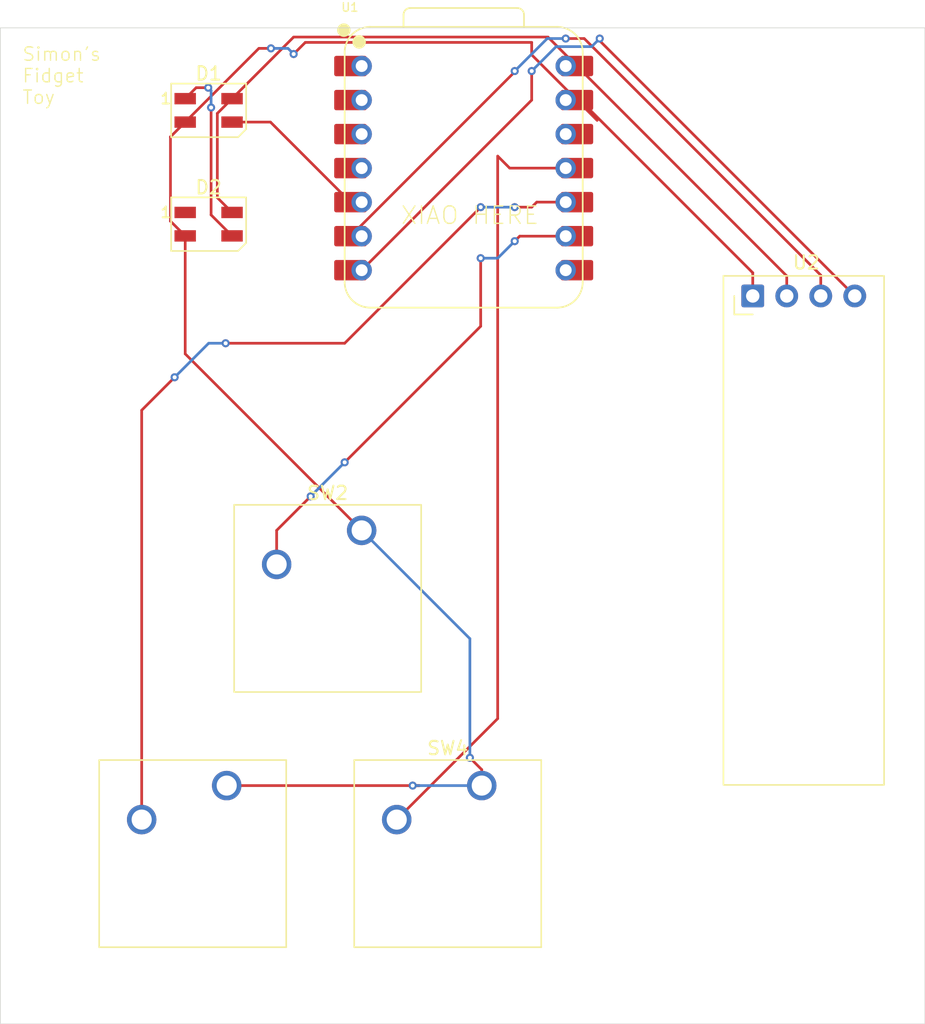
<source format=kicad_pcb>
(kicad_pcb (version 20241229) (generator "pcbnew") (generator_version "9.0")
  (layers (0 "F.Cu" signal) (2 "B.Cu" signal) (13 "F.Paste" user) (15 "B.Paste" user) (5 "F.SilkS" user "F.Silkscreen") (7 "B.SilkS" user "B.Silkscreen") (1 "F.Mask" user) (3 "B.Mask" user) (25 "Edge.Cuts" user))
  (net 0 "")
  (net 1 "Net-(D1-DIN)")
  (net 2 "GND")
  (net 3 "+5V")
  (net 5 "Net-(U1-GPIO2{slash}SCK)")
  (net 6 "Net-(U1-GPIO4{slash}MISO)")
  (net 7 "Net-(U1-GPIO3{slash}MOSI)")
  (net 14 "Net-(U1-GPIO0{slash}TX)")
  (net 15 "Net-(U1-GPIO7{slash}SCL)")
  (net 16 "Net-(D1-DOUT)")
  (footprint "Button_Switch_Keyboard:SW_Cherry_MX_1.00u_PCB" (layer "F.Cu") (at 146.05 77.47)
    (property "Reference" "SW2" (at -2.54 -2.794 0) (layer "F.SilkS"))
    (property "Value" "SW_Push")
    (fp_line (start -9.525 -1.905) (end 4.445 -1.905) (stroke (width 0.12)) (layer "F.SilkS"))
    (fp_line (start -9.525 12.065) (end -9.525 -1.905) (stroke (width 0.12)) (layer "F.SilkS"))
    (fp_line (start 4.445 -1.905) (end 4.445 12.065) (stroke (width 0.12)) (layer "F.SilkS"))
    (fp_line (start 4.445 12.065) (end -9.525 12.065) (stroke (width 0.12)) (layer "F.SilkS"))
    (pad "" np_thru_hole circle (at -7.62 5.08) (size 1.7 1.7) (drill 1.7) (layers "*.Cu" "*.Mask"))
    (pad "" np_thru_hole circle (at -2.54 5.08) (size 4 4) (drill 4) (layers "*.Cu" "*.Mask"))
    (pad "" np_thru_hole circle (at 2.54 5.08) (size 1.7 1.7) (drill 1.7) (layers "*.Cu" "*.Mask"))
    (pad "1" thru_hole circle (at 0 0) (size 2.2 2.2) (drill 1.5) (layers "*.Cu" "*.Mask") (net 2 "GND"))
    (pad "2" thru_hole circle (at -6.35 2.54) (size 2.2 2.2) (drill 1.5) (layers "*.Cu" "*.Mask") (net 5 "Net-(U1-GPIO2{slash}SCK)"))
  )
  (footprint "LED_SMD:LED_SK6812MINI_PLCC4_3.5x3.5mm_P1.75mm" (layer "F.Cu") (at 134.62 46.115)
    (property "Reference" "D1" (at 0 -2.75 0) (layer "F.SilkS"))
    (property "Value" "SK6812MINI")
    (fp_line (start -2.8 -2) (end -2.8 2) (stroke (width 0.12)) (layer "F.SilkS"))
    (fp_line (start -2.8 -2) (end 2.8 -2) (stroke (width 0.12)) (layer "F.SilkS"))
    (fp_line (start -2.8 2) (end 2.2 2) (stroke (width 0.12)) (layer "F.SilkS"))
    (fp_line (start 2.8 1.4) (end 2.2 2) (stroke (width 0.12)) (layer "F.SilkS"))
    (fp_line (start 2.8 1.4) (end 2.8 -2) (stroke (width 0.12)) (layer "F.SilkS"))
    (pad "1" smd rect (at -1.75 -0.875) (size 1.6 0.85) (layers "F.Cu" "F.Mask" "F.Paste") (net 16 "Net-(D1-DOUT)"))
    (pad "2" smd rect (at -1.75 0.875) (size 1.6 0.85) (layers "F.Cu" "F.Mask" "F.Paste") (net 2 "GND"))
    (pad "3" smd rect (at 1.75 0.875) (size 1.6 0.85) (layers "F.Cu" "F.Mask" "F.Paste") (net 1 "Net-(D1-DIN)"))
    (pad "4" smd rect (at 1.75 -0.875) (size 1.6 0.85) (layers "F.Cu" "F.Mask" "F.Paste") (net 3 "+5V"))
  )
  (footprint "Hackclub:XIAO-RP2040-DIP" (layer "F.Cu") (at 153.67 50.4255)
    (property "Reference" "U1" (at -8.5 -12 0) (layer "F.SilkS") (effects (font (size 0.635 0.635) (thickness 0.1016))))
    (property "Value" "XIAO-RP2040-DIP")
    (fp_line (start -8.89 8.509) (end -8.89 -8.636) (stroke (width 0.127)) (layer "F.SilkS"))
    (fp_line (start -6.985 10.414) (end 6.985 10.414) (stroke (width 0.127)) (layer "F.SilkS"))
    (fp_line (start -4.495 -10.541) (end -4.491272 -11.451272) (stroke (width 0.127)) (layer "F.SilkS"))
    (fp_line (start -3.991272 -11.951) (end 4.004 -11.951) (stroke (width 0.127)) (layer "F.SilkS"))
    (fp_line (start 4.504 -11.451) (end 4.504 -10.541) (stroke (width 0.127)) (layer "F.SilkS"))
    (fp_line (start 6.985 -10.541) (end -6.985 -10.541) (stroke (width 0.1)) (layer "F.SilkS"))
    (fp_line (start 6.985 -10.541) (end -6.985 -10.541) (stroke (width 0.127)) (layer "F.SilkS"))
    (fp_line (start 8.89 8.509) (end 8.89 -8.636) (stroke (width 0.127)) (layer "F.SilkS"))
    (fp_arc (start -8.89 -8.636) (mid -8.332038 -9.983038) (end -6.985 -10.541) (stroke (width 0.127)) (layer "F.SilkS"))
    (fp_arc (start -6.985 10.414) (mid -8.332038 9.856038) (end -8.89 8.509) (stroke (width 0.127)) (layer "F.SilkS"))
    (fp_arc (start -4.491272 -11.451272) (mid -4.344728 -11.80464) (end -3.991272 -11.951) (stroke (width 0.127)) (layer "F.SilkS"))
    (fp_arc (start 4.004 -11.951) (mid 4.357553 -11.804553) (end 4.504 -11.451) (stroke (width 0.127)) (layer "F.SilkS"))
    (fp_arc (start 6.985 -10.541) (mid 8.332038 -9.983038) (end 8.89 -8.636) (stroke (width 0.127)) (layer "F.SilkS"))
    (fp_arc (start 8.89 8.509) (mid 8.332038 9.856038) (end 6.985 10.414) (stroke (width 0.127)) (layer "F.SilkS"))
    (fp_circle (center -8.95 -10.3) (end -8.95 -10.554) (stroke (width 0.5)) (fill yes) (layer "F.SilkS"))
    (fp_circle (center -7.807 -9.42) (end -7.807 -9.674) (stroke (width 0.5)) (fill yes) (layer "F.SilkS"))
    (pad "1" smd roundrect (at -8.455 -7.62 180) (size 2.432 1.524) (layers "F.Cu" "F.Mask") (roundrect_rratio 0.1))
    (pad "1" thru_hole circle (at -7.62 -7.62 180) (size 1.524 1.524) (drill 0.889) (layers "*.Cu" "*.Mask"))
    (pad "2" smd roundrect (at -8.455 -5.08 180) (size 2.432 1.524) (layers "F.Cu" "F.Mask") (roundrect_rratio 0.1))
    (pad "2" thru_hole circle (at -7.62 -5.08 180) (size 1.524 1.524) (drill 0.889) (layers "*.Cu" "*.Mask"))
    (pad "3" smd roundrect (at -8.455 -2.54 180) (size 2.432 1.524) (layers "F.Cu" "F.Mask") (roundrect_rratio 0.1))
    (pad "3" thru_hole circle (at -7.62 -2.54 180) (size 1.524 1.524) (drill 0.889) (layers "*.Cu" "*.Mask"))
    (pad "4" smd roundrect (at -8.455 0 180) (size 2.432 1.524) (layers "F.Cu" "F.Mask") (roundrect_rratio 0.1))
    (pad "4" thru_hole circle (at -7.62 0 180) (size 1.524 1.524) (drill 0.889) (layers "*.Cu" "*.Mask"))
    (pad "5" smd roundrect (at -8.455 2.54 180) (size 2.432 1.524) (layers "F.Cu" "F.Mask") (roundrect_rratio 0.1) (net 1 "Net-(D1-DIN)"))
    (pad "5" thru_hole circle (at -7.62 2.54 180) (size 1.524 1.524) (drill 0.889) (layers "*.Cu" "*.Mask") (net 1 "Net-(D1-DIN)"))
    (pad "6" smd roundrect (at -8.455 5.08 180) (size 2.432 1.524) (layers "F.Cu" "F.Mask") (roundrect_rratio 0.1) (net 15 "Net-(U1-GPIO7{slash}SCL)"))
    (pad "6" thru_hole circle (at -7.62 5.08 180) (size 1.524 1.524) (drill 0.889) (layers "*.Cu" "*.Mask") (net 15 "Net-(U1-GPIO7{slash}SCL)"))
    (pad "7" smd roundrect (at -8.455 7.62 180) (size 2.432 1.524) (layers "F.Cu" "F.Mask") (roundrect_rratio 0.1) (net 14 "Net-(U1-GPIO0{slash}TX)"))
    (pad "7" thru_hole circle (at -7.62 7.62 180) (size 1.524 1.524) (drill 0.889) (layers "*.Cu" "*.Mask") (net 14 "Net-(U1-GPIO0{slash}TX)"))
    (pad "8" thru_hole circle (at 7.62 7.62) (size 1.524 1.524) (drill 0.889) (layers "*.Cu" "*.Mask"))
    (pad "8" smd roundrect (at 8.455 7.62) (size 2.432 1.524) (layers "F.Cu" "F.Mask") (roundrect_rratio 0.1))
    (pad "9" thru_hole circle (at 7.62 5.08) (size 1.524 1.524) (drill 0.889) (layers "*.Cu" "*.Mask") (net 5 "Net-(U1-GPIO2{slash}SCK)"))
    (pad "9" smd roundrect (at 8.455 5.08) (size 2.432 1.524) (layers "F.Cu" "F.Mask") (roundrect_rratio 0.1) (net 5 "Net-(U1-GPIO2{slash}SCK)"))
    (pad "10" thru_hole circle (at 7.62 2.54) (size 1.524 1.524) (drill 0.889) (layers "*.Cu" "*.Mask") (net 6 "Net-(U1-GPIO4{slash}MISO)"))
    (pad "10" smd roundrect (at 8.455 2.54) (size 2.432 1.524) (layers "F.Cu" "F.Mask") (roundrect_rratio 0.1) (net 6 "Net-(U1-GPIO4{slash}MISO)"))
    (pad "11" thru_hole circle (at 7.62 0) (size 1.524 1.524) (drill 0.889) (layers "*.Cu" "*.Mask") (net 7 "Net-(U1-GPIO3{slash}MOSI)"))
    (pad "11" smd roundrect (at 8.455 0) (size 2.432 1.524) (layers "F.Cu" "F.Mask") (roundrect_rratio 0.1) (net 7 "Net-(U1-GPIO3{slash}MOSI)"))
    (pad "12" thru_hole circle (at 7.62 -2.54) (size 1.524 1.524) (drill 0.889) (layers "*.Cu" "*.Mask"))
    (pad "12" smd roundrect (at 8.455 -2.54) (size 2.432 1.524) (layers "F.Cu" "F.Mask") (roundrect_rratio 0.1))
    (pad "13" thru_hole circle (at 7.62 -5.08) (size 1.524 1.524) (drill 0.889) (layers "*.Cu" "*.Mask") (net 2 "GND"))
    (pad "13" smd roundrect (at 8.455 -5.08) (size 2.432 1.524) (layers "F.Cu" "F.Mask") (roundrect_rratio 0.1) (net 2 "GND"))
    (pad "14" thru_hole circle (at 7.62 -7.62) (size 1.524 1.524) (drill 0.889) (layers "*.Cu" "*.Mask") (net 3 "+5V"))
    (pad "14" smd roundrect (at 8.455 -7.62) (size 2.432 1.524) (layers "F.Cu" "F.Mask") (roundrect_rratio 0.1) (net 3 "+5V"))
  )
  (footprint "Button_Switch_Keyboard:SW_Cherry_MX_1.00u_PCB" (layer "F.Cu") (at 155.019375 96.52)
    (property "Reference" "SW4" (at -2.54 -2.794 0) (layer "F.SilkS"))
    (property "Value" "SW_Push")
    (fp_line (start -9.525 -1.905) (end 4.445 -1.905) (stroke (width 0.12)) (layer "F.SilkS"))
    (fp_line (start -9.525 12.065) (end -9.525 -1.905) (stroke (width 0.12)) (layer "F.SilkS"))
    (fp_line (start 4.445 -1.905) (end 4.445 12.065) (stroke (width 0.12)) (layer "F.SilkS"))
    (fp_line (start 4.445 12.065) (end -9.525 12.065) (stroke (width 0.12)) (layer "F.SilkS"))
    (pad "" np_thru_hole circle (at -7.62 5.08) (size 1.7 1.7) (drill 1.7) (layers "*.Cu" "*.Mask"))
    (pad "" np_thru_hole circle (at -2.54 5.08) (size 4 4) (drill 4) (layers "*.Cu" "*.Mask"))
    (pad "" np_thru_hole circle (at 2.54 5.08) (size 1.7 1.7) (drill 1.7) (layers "*.Cu" "*.Mask"))
    (pad "1" thru_hole circle (at 0 0) (size 2.2 2.2) (drill 1.5) (layers "*.Cu" "*.Mask") (net 2 "GND"))
    (pad "2" thru_hole circle (at -6.35 2.54) (size 2.2 2.2) (drill 1.5) (layers "*.Cu" "*.Mask") (net 7 "Net-(U1-GPIO3{slash}MOSI)"))
  )
  (footprint "Button_Switch_Keyboard:SW_Cherry_MX_1.00u_PCB" (layer "F.Cu") (at 135.969375 96.52)
    (property "Reference" "SW3" (hide yes))
    (property "Value" "SW_Push")
    (fp_line (start -9.525 -1.905) (end 4.445 -1.905) (stroke (width 0.12)) (layer "F.SilkS"))
    (fp_line (start -9.525 12.065) (end -9.525 -1.905) (stroke (width 0.12)) (layer "F.SilkS"))
    (fp_line (start 4.445 -1.905) (end 4.445 12.065) (stroke (width 0.12)) (layer "F.SilkS"))
    (fp_line (start 4.445 12.065) (end -9.525 12.065) (stroke (width 0.12)) (layer "F.SilkS"))
    (pad "" np_thru_hole circle (at -7.62 5.08) (size 1.7 1.7) (drill 1.7) (layers "*.Cu" "*.Mask"))
    (pad "" np_thru_hole circle (at -2.54 5.08) (size 4 4) (drill 4) (layers "*.Cu" "*.Mask"))
    (pad "" np_thru_hole circle (at 2.54 5.08) (size 1.7 1.7) (drill 1.7) (layers "*.Cu" "*.Mask"))
    (pad "1" thru_hole circle (at 0 0) (size 2.2 2.2) (drill 1.5) (layers "*.Cu" "*.Mask") (net 2 "GND"))
    (pad "2" thru_hole circle (at -6.35 2.54) (size 2.2 2.2) (drill 1.5) (layers "*.Cu" "*.Mask") (net 6 "Net-(U1-GPIO4{slash}MISO)"))
  )
  (footprint "Hackclub:OLED_0.91_128x32" (layer "F.Cu") (at 175.26 59.97)
    (property "Reference" "U2" (at 4 -2.5 0) (layer "F.SilkS"))
    (property "Value" "OLED_0.91_128x32")
    (fp_line (start -1.38 0) (end -1.38 1.38) (stroke (width 0.12)) (layer "F.SilkS"))
    (fp_line (start 0 1.38) (end -1.38 1.38) (stroke (width 0.12)) (layer "F.SilkS"))
    (fp_rect (start -2.19 -1.5) (end 9.81 36.5) (stroke (width 0.12)) (fill no) (layer "F.SilkS"))
    (pad "1" thru_hole roundrect (at 0 0) (size 1.7 1.7) (drill 1) (layers "*.Cu" "*.Mask") (roundrect_rratio 0.1) (net 2 "GND"))
    (pad "2" thru_hole circle (at 2.54 0) (size 1.7 1.7) (drill 1) (layers "*.Cu" "*.Mask") (net 3 "+5V"))
    (pad "3" thru_hole circle (at 5.08 0) (size 1.7 1.7) (drill 1) (layers "*.Cu" "*.Mask") (net 15 "Net-(U1-GPIO7{slash}SCL)"))
    (pad "4" thru_hole circle (at 7.62 0) (size 1.7 1.7) (drill 1) (layers "*.Cu" "*.Mask") (net 14 "Net-(U1-GPIO0{slash}TX)"))
  )
  (footprint "LED_SMD:LED_SK6812MINI_PLCC4_3.5x3.5mm_P1.75mm" (layer "F.Cu") (at 134.62 54.61)
    (property "Reference" "D2" (at 0 -2.75 0) (layer "F.SilkS"))
    (property "Value" "SK6812MINI")
    (fp_line (start -2.8 -2) (end -2.8 2) (stroke (width 0.12)) (layer "F.SilkS"))
    (fp_line (start -2.8 -2) (end 2.8 -2) (stroke (width 0.12)) (layer "F.SilkS"))
    (fp_line (start -2.8 2) (end 2.2 2) (stroke (width 0.12)) (layer "F.SilkS"))
    (fp_line (start 2.8 1.4) (end 2.2 2) (stroke (width 0.12)) (layer "F.SilkS"))
    (fp_line (start 2.8 1.4) (end 2.8 -2) (stroke (width 0.12)) (layer "F.SilkS"))
    (fp_text user "1" (at -3.2 -0.875 0) (layer "F.SilkS") (effects (font (size 0.8 0.8))))
    (pad "1" smd rect (at -1.75 -0.875) (size 1.6 0.85) (layers "F.Cu" "F.Mask" "F.Paste"))
    (pad "2" smd rect (at -1.75 0.875) (size 1.6 0.85) (layers "F.Cu" "F.Mask" "F.Paste") (net 2 "GND"))
    (pad "3" smd rect (at 1.75 0.875) (size 1.6 0.85) (layers "F.Cu" "F.Mask" "F.Paste") (net 16 "Net-(D1-DOUT)"))
    (pad "4" smd rect (at 1.75 -0.875) (size 1.6 0.85) (layers "F.Cu" "F.Mask" "F.Paste") (net 3 "+5V"))
  )
  (gr_rect (start 119.0625 39.9542) (end 188.11875 114.3) (stroke (width 0.05)) (fill no) (layer "Edge.Cuts"))
  (gr_text "XIAO HERE" (at 148.9075 54.71175 0) (layer "F.SilkS") (effects (font (size 1.3 1.3) (thickness 0.1)) (justify left bottom)))
  (gr_text "1" (at 131.42 45.24 0) (layer "F.SilkS") (effects (font (size 0.8 0.8))))
  (gr_text "Simon's\nFidget\nToy" (at 120.65 45.72 0) (layer "F.SilkS") (effects (font (size 1 1) (thickness 0.1)) (justify left bottom)))
  (segment (start 136.37 46.99) (end 139.2395 46.99) (width 0.2) (layer "F.Cu") (net 1))
  (segment (start 139.2395 46.99) (end 145.215 52.9655) (width 0.2) (layer "F.Cu") (net 1))
  (segment (start 175.26 59.97) (end 175.26 58.23787) (width 0.2) (layer "F.Cu") (net 2))
  (segment (start 141.839 41.041) (end 158.75 41.041) (width 0.2) (layer "F.Cu") (net 2))
  (segment (start 155.019375 96.52) (end 155.019375 95.329385) (width 0.2) (layer "F.Cu") (net 2))
  (segment (start 158.75 41.9705) (end 162.125 45.3455) (width 0.2) (layer "F.Cu") (net 2))
  (segment (start 138.374265 41.485735) (end 139.275735 41.485735) (width 0.2) (layer "F.Cu") (net 2))
  (segment (start 131.769 54.384) (end 131.769 48.091) (width 0.2) (layer "F.Cu") (net 2))
  (segment (start 150.360846 96.52) (end 149.86 96.52) (width 0.2) (layer "F.Cu") (net 2))
  (segment (start 132.87 55.485) (end 131.769 54.384) (width 0.2) (layer "F.Cu") (net 2))
  (segment (start 175.26 58.23787) (end 162.36763 45.3455) (width 0.2) (layer "F.Cu") (net 2))
  (segment (start 155.019375 95.329385) (end 154.133947 94.443957) (width 0.2) (layer "F.Cu") (net 2))
  (segment (start 132.87 46.99) (end 138.374265 41.485735) (width 0.2) (layer "F.Cu") (net 2))
  (segment (start 140.97 41.91) (end 141.839 41.041) (width 0.2) (layer "F.Cu") (net 2))
  (segment (start 162.36763 45.3455) (end 162.125 45.3455) (width 0.2) (layer "F.Cu") (net 2))
  (segment (start 158.75 41.041) (end 158.75 41.9705) (width 0.2) (layer "F.Cu") (net 2))
  (segment (start 132.87 64.29) (end 132.87 55.485) (width 0.2) (layer "F.Cu") (net 2))
  (segment (start 146.05 77.47) (end 132.87 64.29) (width 0.2) (layer "F.Cu") (net 2))
  (segment (start 135.969375 96.52) (end 150.360846 96.52) (width 0.2) (layer "F.Cu") (net 2))
  (segment (start 163.642 46.8625) (end 162.125 45.3455) (width 0.2) (layer "F.Cu") (net 2))
  (segment (start 131.769 48.091) (end 132.87 46.99) (width 0.2) (layer "F.Cu") (net 2))
  (via (at 154.133947 94.443957) (size 0.6) (drill 0.3) (layers "F.Cu" "B.Cu") (net 2))
  (via (at 149.86 96.52) (size 0.6) (drill 0.3) (layers "F.Cu" "B.Cu") (net 2))
  (via (at 140.97 41.91) (size 0.6) (drill 0.3) (layers "F.Cu" "B.Cu") (net 2))
  (via (at 139.275735 41.485735) (size 0.6) (drill 0.3) (layers "F.Cu" "B.Cu") (net 2))
  (segment (start 139.275735 41.485735) (end 140.545735 41.485735) (width 0.2) (layer "B.Cu") (net 2))
  (segment (start 154.133947 94.443957) (end 154.133947 85.553947) (width 0.2) (layer "B.Cu") (net 2))
  (segment (start 154.133947 85.553947) (end 146.05 77.47) (width 0.2) (layer "B.Cu") (net 2))
  (segment (start 149.86 96.52) (end 155.019375 96.52) (width 0.2) (layer "B.Cu") (net 2))
  (segment (start 140.545735 41.485735) (end 140.97 41.91) (width 0.2) (layer "B.Cu") (net 2))
  (segment (start 136.37 45.24) (end 140.97 40.64) (width 0.2) (layer "F.Cu") (net 3))
  (segment (start 136.37 53.735) (end 135.269 52.634) (width 0.2) (layer "F.Cu") (net 3))
  (segment (start 159.9595 40.64) (end 162.125 42.8055) (width 0.2) (layer "F.Cu") (net 3))
  (segment (start 135.269 46.341) (end 136.37 45.24) (width 0.2) (layer "F.Cu") (net 3))
  (segment (start 177.8 58.4805) (end 162.125 42.8055) (width 0.2) (layer "F.Cu") (net 3))
  (segment (start 140.97 40.64) (end 159.9595 40.64) (width 0.2) (layer "F.Cu") (net 3))
  (segment (start 135.269 52.634) (end 135.269 46.341) (width 0.2) (layer "F.Cu") (net 3))
  (segment (start 177.8 59.97) (end 177.8 58.4805) (width 0.2) (layer "F.Cu") (net 3))
  (segment (start 144.78 72.39) (end 154.94 62.23) (width 0.2) (layer "F.Cu") (net 5))
  (segment (start 139.7 80.01) (end 139.7 77.47) (width 0.2) (layer "F.Cu") (net 5))
  (segment (start 154.94 62.23) (end 154.94 57.15) (width 0.2) (layer "F.Cu") (net 5))
  (segment (start 139.7 77.47) (end 142.24 74.93) (width 0.2) (layer "F.Cu") (net 5))
  (segment (start 157.8545 55.5055) (end 162.125 55.5055) (width 0.2) (layer "F.Cu") (net 5))
  (segment (start 157.48 55.88) (end 157.8545 55.5055) (width 0.2) (layer "F.Cu") (net 5))
  (via (at 144.78 72.39) (size 0.6) (drill 0.3) (layers "F.Cu" "B.Cu") (net 5))
  (via (at 154.94 57.15) (size 0.6) (drill 0.3) (layers "F.Cu" "B.Cu") (net 5))
  (via (at 157.48 55.88) (size 0.6) (drill 0.3) (layers "F.Cu" "B.Cu") (net 5))
  (via (at 142.24 74.93) (size 0.6) (drill 0.3) (layers "F.Cu" "B.Cu") (net 5))
  (segment (start 156.21 57.15) (end 157.48 55.88) (width 0.2) (layer "B.Cu") (net 5))
  (segment (start 154.94 57.15) (end 156.21 57.15) (width 0.2) (layer "B.Cu") (net 5))
  (segment (start 142.24 74.93) (end 144.78 72.39) (width 0.2) (layer "B.Cu") (net 5))
  (segment (start 129.619375 68.500625) (end 132.08 66.04) (width 0.2) (layer "F.Cu") (net 6))
  (segment (start 157.48 53.34) (end 158.75 53.34) (width 0.2) (layer "F.Cu") (net 6))
  (segment (start 135.89 63.5) (end 144.78 63.5) (width 0.2) (layer "F.Cu") (net 6))
  (segment (start 144.78 63.5) (end 154.94 53.34) (width 0.2) (layer "F.Cu") (net 6))
  (segment (start 159.1245 52.9655) (end 162.125 52.9655) (width 0.2) (layer "F.Cu") (net 6))
  (segment (start 129.619375 99.06) (end 129.619375 68.500625) (width 0.2) (layer "F.Cu") (net 6))
  (segment (start 158.75 53.34) (end 159.1245 52.9655) (width 0.2) (layer "F.Cu") (net 6))
  (via (at 132.08 66.04) (size 0.6) (drill 0.3) (layers "F.Cu" "B.Cu") (net 6))
  (via (at 135.89 63.5) (size 0.6) (drill 0.3) (layers "F.Cu" "B.Cu") (net 6))
  (via (at 157.48 53.34) (size 0.6) (drill 0.3) (layers "F.Cu" "B.Cu") (net 6))
  (via (at 154.94 53.34) (size 0.6) (drill 0.3) (layers "F.Cu" "B.Cu") (net 6))
  (segment (start 132.08 66.04) (end 134.62 63.5) (width 0.2) (layer "B.Cu") (net 6))
  (segment (start 154.94 53.34) (end 157.48 53.34) (width 0.2) (layer "B.Cu") (net 6))
  (segment (start 134.62 63.5) (end 135.89 63.5) (width 0.2) (layer "B.Cu") (net 6))
  (segment (start 157.1055 50.4255) (end 162.125 50.4255) (width 0.2) (layer "F.Cu") (net 7))
  (segment (start 156.21 49.53) (end 157.1055 50.4255) (width 0.2) (layer "F.Cu") (net 7))
  (segment (start 148.669375 99.06) (end 156.21 91.519375) (width 0.2) (layer "F.Cu") (net 7))
  (segment (start 156.21 91.519375) (end 156.21 49.53) (width 0.2) (layer "F.Cu") (net 7))
  (segment (start 182.88 59.97) (end 163.83 40.92) (width 0.2) (layer "F.Cu") (net 14))
  (segment (start 158.75 45.3455) (end 146.05 58.0455) (width 0.2) (layer "F.Cu") (net 14))
  (segment (start 163.83 40.92) (end 163.83 40.7542) (width 0.2) (layer "F.Cu") (net 14))
  (segment (start 158.75 43.18) (end 158.75 45.3455) (width 0.2) (layer "F.Cu") (net 14))
  (via (at 163.83 40.7542) (size 0.6) (drill 0.3) (layers "F.Cu" "B.Cu") (net 14))
  (via (at 158.75 43.18) (size 0.6) (drill 0.3) (layers "F.Cu" "B.Cu") (net 14))
  (segment (start 163.229 41.3552) (end 160.5748 41.3552) (width 0.2) (layer "B.Cu") (net 14))
  (segment (start 163.83 40.7542) (end 163.229 41.3552) (width 0.2) (layer "B.Cu") (net 14))
  (segment (start 160.5748 41.3552) (end 158.75 43.18) (width 0.2) (layer "B.Cu") (net 14))
  (segment (start 157.48 43.18) (end 157.48 43.2405) (width 0.2) (layer "F.Cu") (net 15))
  (segment (start 180.34 58.42) (end 162.6742 40.7542) (width 0.2) (layer "F.Cu") (net 15))
  (segment (start 162.6742 40.7542) (end 161.29 40.7542) (width 0.2) (layer "F.Cu") (net 15))
  (segment (start 157.48 43.2405) (end 145.215 55.5055) (width 0.2) (layer "F.Cu") (net 15))
  (segment (start 180.34 59.97) (end 180.34 58.42) (width 0.2) (layer "F.Cu") (net 15))
  (via (at 161.29 40.7542) (size 0.6) (drill 0.3) (layers "F.Cu" "B.Cu") (net 15))
  (via (at 157.48 43.18) (size 0.6) (drill 0.3) (layers "F.Cu" "B.Cu") (net 15))
  (segment (start 159.9058 40.7542) (end 157.48 43.18) (width 0.2) (layer "B.Cu") (net 15))
  (segment (start 161.29 40.7542) (end 159.9058 40.7542) (width 0.2) (layer "B.Cu") (net 15))
  (segment (start 134.804265 53.919265) (end 134.804265 45.904265) (width 0.2) (layer "F.Cu") (net 16))
  (segment (start 133.689265 44.420735) (end 132.87 45.24) (width 0.2) (layer "F.Cu") (net 16))
  (segment (start 134.590735 44.420735) (end 133.689265 44.420735) (width 0.2) (layer "F.Cu") (net 16))
  (segment (start 136.37 55.485) (end 134.804265 53.919265) (width 0.2) (layer "F.Cu") (net 16))
  (via (at 134.590735 44.420735) (size 0.6) (drill 0.3) (layers "F.Cu" "B.Cu") (net 16))
  (via (at 134.804265 45.904265) (size 0.6) (drill 0.3) (layers "F.Cu" "B.Cu") (net 16))
  (segment (start 134.804265 45.904265) (end 134.804265 44.634265) (width 0.2) (layer "B.Cu") (net 16))
  (segment (start 134.804265 44.634265) (end 134.590735 44.420735) (width 0.2) (layer "B.Cu") (net 16))
)
</source>
